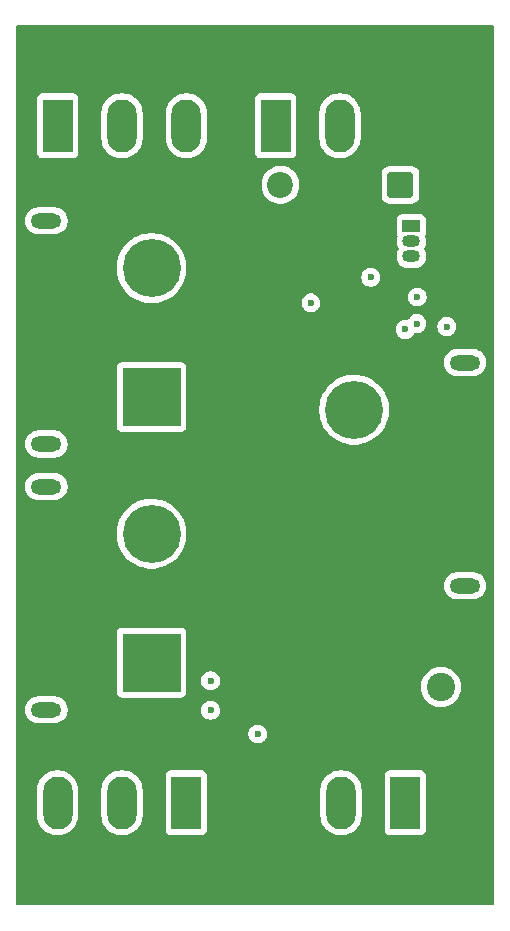
<source format=gbr>
%TF.GenerationSoftware,KiCad,Pcbnew,9.0.3*%
%TF.CreationDate,2025-12-08T06:40:44-06:00*%
%TF.ProjectId,Hotswap,486f7473-7761-4702-9e6b-696361645f70,rev?*%
%TF.SameCoordinates,Original*%
%TF.FileFunction,Copper,L3,Inr*%
%TF.FilePolarity,Positive*%
%FSLAX46Y46*%
G04 Gerber Fmt 4.6, Leading zero omitted, Abs format (unit mm)*
G04 Created by KiCad (PCBNEW 9.0.3) date 2025-12-08 06:40:44*
%MOMM*%
%LPD*%
G01*
G04 APERTURE LIST*
G04 Aperture macros list*
%AMRoundRect*
0 Rectangle with rounded corners*
0 $1 Rounding radius*
0 $2 $3 $4 $5 $6 $7 $8 $9 X,Y pos of 4 corners*
0 Add a 4 corners polygon primitive as box body*
4,1,4,$2,$3,$4,$5,$6,$7,$8,$9,$2,$3,0*
0 Add four circle primitives for the rounded corners*
1,1,$1+$1,$2,$3*
1,1,$1+$1,$4,$5*
1,1,$1+$1,$6,$7*
1,1,$1+$1,$8,$9*
0 Add four rect primitives between the rounded corners*
20,1,$1+$1,$2,$3,$4,$5,0*
20,1,$1+$1,$4,$5,$6,$7,0*
20,1,$1+$1,$6,$7,$8,$9,0*
20,1,$1+$1,$8,$9,$2,$3,0*%
G04 Aperture macros list end*
%TA.AperFunction,ComponentPad*%
%ADD10R,2.500000X4.500000*%
%TD*%
%TA.AperFunction,ComponentPad*%
%ADD11O,2.500000X4.500000*%
%TD*%
%TA.AperFunction,ComponentPad*%
%ADD12C,4.916000*%
%TD*%
%TA.AperFunction,ComponentPad*%
%ADD13O,2.600000X1.300000*%
%TD*%
%TA.AperFunction,ComponentPad*%
%ADD14R,4.916000X4.916000*%
%TD*%
%TA.AperFunction,ComponentPad*%
%ADD15R,1.500000X1.050000*%
%TD*%
%TA.AperFunction,ComponentPad*%
%ADD16O,1.500000X1.050000*%
%TD*%
%TA.AperFunction,ComponentPad*%
%ADD17RoundRect,0.250001X-0.949999X-0.949999X0.949999X-0.949999X0.949999X0.949999X-0.949999X0.949999X0*%
%TD*%
%TA.AperFunction,ComponentPad*%
%ADD18C,2.400000*%
%TD*%
%TA.AperFunction,ComponentPad*%
%ADD19RoundRect,0.249999X0.850001X0.850001X-0.850001X0.850001X-0.850001X-0.850001X0.850001X-0.850001X0*%
%TD*%
%TA.AperFunction,ComponentPad*%
%ADD20C,2.200000*%
%TD*%
%TA.AperFunction,ViaPad*%
%ADD21C,0.600000*%
%TD*%
G04 APERTURE END LIST*
D10*
%TO.N,Net-(Q2-G)*%
%TO.C,Q2*%
X59950000Y-84815000D03*
D11*
%TO.N,Net-(Q2-D)*%
X54500000Y-84815000D03*
%TO.N,Net-(J1-POS)*%
X49050000Y-84815000D03*
%TD*%
D10*
%TO.N,Net-(Q8-G)*%
%TO.C,Q8*%
X49050000Y-27500000D03*
D11*
%TO.N,Net-(Q8-D)*%
X54500000Y-27500000D03*
%TO.N,Net-(J2-POS)*%
X59950000Y-27500000D03*
%TD*%
D12*
%TO.N,GND*%
%TO.C,J1*%
X57000000Y-62050000D03*
D13*
%TO.N,unconnected-(J1-PadNC)*%
X48100000Y-58050000D03*
%TO.N,unconnected-(J1-PadNC)_1*%
X48100000Y-76950000D03*
D14*
%TO.N,Net-(J1-POS)*%
X57000000Y-72950000D03*
%TD*%
D12*
%TO.N,GND*%
%TO.C,J3*%
X74150000Y-51550000D03*
D13*
%TO.N,unconnected-(J3-PadNC)*%
X83550000Y-66450000D03*
%TO.N,unconnected-(J3-PadNC)_1*%
X83550000Y-47550000D03*
D14*
%TO.N,VBUS*%
X74150000Y-62450000D03*
%TD*%
D12*
%TO.N,GND*%
%TO.C,J2*%
X57000000Y-39550000D03*
D13*
%TO.N,unconnected-(J2-PadNC)*%
X48100000Y-35550000D03*
%TO.N,unconnected-(J2-PadNC)_1*%
X48100000Y-54450000D03*
D14*
%TO.N,Net-(J2-POS)*%
X57000000Y-50450000D03*
%TD*%
D10*
%TO.N,Net-(Q4-G)*%
%TO.C,Q4*%
X78500000Y-84815000D03*
D11*
%TO.N,Net-(Q2-D)*%
X73050000Y-84815000D03*
%TO.N,VBUS*%
X67600000Y-84815000D03*
%TD*%
D15*
%TO.N,Net-(D3-A)*%
%TO.C,Q11*%
X79000000Y-36000000D03*
D16*
%TO.N,Net-(D3-K)*%
X79000000Y-37270000D03*
%TO.N,Net-(Q11-C)*%
X79000000Y-38540000D03*
%TD*%
D17*
%TO.N,VBUS*%
%TO.C,C10*%
X76500000Y-75000000D03*
D18*
%TO.N,GND*%
X81500000Y-75000000D03*
%TD*%
D10*
%TO.N,Net-(D3-A)*%
%TO.C,Q9*%
X67500000Y-27500000D03*
D11*
%TO.N,Net-(Q8-D)*%
X72950000Y-27500000D03*
%TO.N,VBUS*%
X78400000Y-27500000D03*
%TD*%
D19*
%TO.N,Net-(D3-K)*%
%TO.C,D3*%
X78080000Y-32500000D03*
D20*
%TO.N,Net-(D3-A)*%
X67920000Y-32500000D03*
%TD*%
D21*
%TO.N,GND*%
X70500000Y-42500000D03*
X66000000Y-79000000D03*
X62000000Y-77000000D03*
X75562500Y-40337500D03*
%TO.N,Net-(J2-POS)*%
X79475000Y-44250000D03*
%TO.N,Net-(J1-POS)*%
X82000000Y-44500000D03*
X79500000Y-42000000D03*
%TO.N,VBUS*%
X73475000Y-41750000D03*
X68000000Y-78500000D03*
%TO.N,Net-(Q2-G)*%
X62000000Y-74500000D03*
%TO.N,Net-(Q8-G)*%
X78475000Y-44750000D03*
%TD*%
%TA.AperFunction,Conductor*%
%TO.N,VBUS*%
G36*
X85942539Y-19020185D02*
G01*
X85988294Y-19072989D01*
X85999500Y-19124500D01*
X85999500Y-93375500D01*
X85979815Y-93442539D01*
X85927011Y-93488294D01*
X85875500Y-93499500D01*
X45624500Y-93499500D01*
X45557461Y-93479815D01*
X45511706Y-93427011D01*
X45500500Y-93375500D01*
X45500500Y-83700258D01*
X47299500Y-83700258D01*
X47299500Y-85929741D01*
X47324446Y-86119215D01*
X47329452Y-86157238D01*
X47329453Y-86157240D01*
X47388842Y-86378887D01*
X47476650Y-86590876D01*
X47476657Y-86590890D01*
X47591392Y-86789617D01*
X47731081Y-86971661D01*
X47731089Y-86971670D01*
X47893330Y-87133911D01*
X47893338Y-87133918D01*
X48075382Y-87273607D01*
X48075385Y-87273608D01*
X48075388Y-87273611D01*
X48274112Y-87388344D01*
X48274117Y-87388346D01*
X48274123Y-87388349D01*
X48356678Y-87422544D01*
X48486113Y-87476158D01*
X48707762Y-87535548D01*
X48924312Y-87564057D01*
X48935250Y-87565498D01*
X48935266Y-87565500D01*
X48935273Y-87565500D01*
X49164727Y-87565500D01*
X49164734Y-87565500D01*
X49392238Y-87535548D01*
X49613887Y-87476158D01*
X49825888Y-87388344D01*
X50024612Y-87273611D01*
X50206661Y-87133919D01*
X50206665Y-87133914D01*
X50206670Y-87133911D01*
X50368911Y-86971670D01*
X50368914Y-86971665D01*
X50368919Y-86971661D01*
X50508611Y-86789612D01*
X50623344Y-86590888D01*
X50711158Y-86378887D01*
X50770548Y-86157238D01*
X50800500Y-85929734D01*
X50800500Y-83700266D01*
X50800499Y-83700258D01*
X52749500Y-83700258D01*
X52749500Y-85929741D01*
X52774446Y-86119215D01*
X52779452Y-86157238D01*
X52779453Y-86157240D01*
X52838842Y-86378887D01*
X52926650Y-86590876D01*
X52926657Y-86590890D01*
X53041392Y-86789617D01*
X53181081Y-86971661D01*
X53181089Y-86971670D01*
X53343330Y-87133911D01*
X53343338Y-87133918D01*
X53525382Y-87273607D01*
X53525385Y-87273608D01*
X53525388Y-87273611D01*
X53724112Y-87388344D01*
X53724117Y-87388346D01*
X53724123Y-87388349D01*
X53806678Y-87422544D01*
X53936113Y-87476158D01*
X54157762Y-87535548D01*
X54374312Y-87564057D01*
X54385250Y-87565498D01*
X54385266Y-87565500D01*
X54385273Y-87565500D01*
X54614727Y-87565500D01*
X54614734Y-87565500D01*
X54842238Y-87535548D01*
X55063887Y-87476158D01*
X55275888Y-87388344D01*
X55474612Y-87273611D01*
X55656661Y-87133919D01*
X55656665Y-87133914D01*
X55656670Y-87133911D01*
X55818911Y-86971670D01*
X55818914Y-86971665D01*
X55818919Y-86971661D01*
X55958611Y-86789612D01*
X56073344Y-86590888D01*
X56161158Y-86378887D01*
X56220548Y-86157238D01*
X56250500Y-85929734D01*
X56250500Y-83700266D01*
X56220548Y-83472762D01*
X56161158Y-83251113D01*
X56073344Y-83039112D01*
X55958611Y-82840388D01*
X55958608Y-82840385D01*
X55958607Y-82840382D01*
X55818918Y-82658338D01*
X55818911Y-82658330D01*
X55677716Y-82517135D01*
X58199500Y-82517135D01*
X58199500Y-87112870D01*
X58199501Y-87112876D01*
X58205908Y-87172483D01*
X58256202Y-87307328D01*
X58256206Y-87307335D01*
X58342452Y-87422544D01*
X58342455Y-87422547D01*
X58457664Y-87508793D01*
X58457671Y-87508797D01*
X58592517Y-87559091D01*
X58592516Y-87559091D01*
X58599444Y-87559835D01*
X58652127Y-87565500D01*
X61247872Y-87565499D01*
X61307483Y-87559091D01*
X61442331Y-87508796D01*
X61557546Y-87422546D01*
X61643796Y-87307331D01*
X61694091Y-87172483D01*
X61700500Y-87112873D01*
X61700499Y-83700258D01*
X71299500Y-83700258D01*
X71299500Y-85929741D01*
X71324446Y-86119215D01*
X71329452Y-86157238D01*
X71329453Y-86157240D01*
X71388842Y-86378887D01*
X71476650Y-86590876D01*
X71476657Y-86590890D01*
X71591392Y-86789617D01*
X71731081Y-86971661D01*
X71731089Y-86971670D01*
X71893330Y-87133911D01*
X71893338Y-87133918D01*
X72075382Y-87273607D01*
X72075385Y-87273608D01*
X72075388Y-87273611D01*
X72274112Y-87388344D01*
X72274117Y-87388346D01*
X72274123Y-87388349D01*
X72356678Y-87422544D01*
X72486113Y-87476158D01*
X72707762Y-87535548D01*
X72924312Y-87564057D01*
X72935250Y-87565498D01*
X72935266Y-87565500D01*
X72935273Y-87565500D01*
X73164727Y-87565500D01*
X73164734Y-87565500D01*
X73392238Y-87535548D01*
X73613887Y-87476158D01*
X73825888Y-87388344D01*
X74024612Y-87273611D01*
X74206661Y-87133919D01*
X74206665Y-87133914D01*
X74206670Y-87133911D01*
X74368911Y-86971670D01*
X74368914Y-86971665D01*
X74368919Y-86971661D01*
X74508611Y-86789612D01*
X74623344Y-86590888D01*
X74711158Y-86378887D01*
X74770548Y-86157238D01*
X74800500Y-85929734D01*
X74800500Y-83700266D01*
X74770548Y-83472762D01*
X74711158Y-83251113D01*
X74623344Y-83039112D01*
X74508611Y-82840388D01*
X74508608Y-82840385D01*
X74508607Y-82840382D01*
X74368918Y-82658338D01*
X74368911Y-82658330D01*
X74227716Y-82517135D01*
X76749500Y-82517135D01*
X76749500Y-87112870D01*
X76749501Y-87112876D01*
X76755908Y-87172483D01*
X76806202Y-87307328D01*
X76806206Y-87307335D01*
X76892452Y-87422544D01*
X76892455Y-87422547D01*
X77007664Y-87508793D01*
X77007671Y-87508797D01*
X77142517Y-87559091D01*
X77142516Y-87559091D01*
X77149444Y-87559835D01*
X77202127Y-87565500D01*
X79797872Y-87565499D01*
X79857483Y-87559091D01*
X79992331Y-87508796D01*
X80107546Y-87422546D01*
X80193796Y-87307331D01*
X80244091Y-87172483D01*
X80250500Y-87112873D01*
X80250499Y-82517128D01*
X80244091Y-82457517D01*
X80193796Y-82322669D01*
X80193795Y-82322668D01*
X80193793Y-82322664D01*
X80107547Y-82207455D01*
X80107544Y-82207452D01*
X79992335Y-82121206D01*
X79992328Y-82121202D01*
X79857482Y-82070908D01*
X79857483Y-82070908D01*
X79797883Y-82064501D01*
X79797881Y-82064500D01*
X79797873Y-82064500D01*
X79797864Y-82064500D01*
X77202129Y-82064500D01*
X77202123Y-82064501D01*
X77142516Y-82070908D01*
X77007671Y-82121202D01*
X77007664Y-82121206D01*
X76892455Y-82207452D01*
X76892452Y-82207455D01*
X76806206Y-82322664D01*
X76806202Y-82322671D01*
X76755908Y-82457517D01*
X76749501Y-82517116D01*
X76749501Y-82517123D01*
X76749500Y-82517135D01*
X74227716Y-82517135D01*
X74206670Y-82496089D01*
X74206661Y-82496081D01*
X74024617Y-82356392D01*
X73966210Y-82322671D01*
X73825888Y-82241656D01*
X73825876Y-82241650D01*
X73613887Y-82153842D01*
X73392238Y-82094452D01*
X73354215Y-82089446D01*
X73164741Y-82064500D01*
X73164734Y-82064500D01*
X72935266Y-82064500D01*
X72935258Y-82064500D01*
X72718715Y-82093009D01*
X72707762Y-82094452D01*
X72614076Y-82119554D01*
X72486112Y-82153842D01*
X72274123Y-82241650D01*
X72274109Y-82241657D01*
X72075382Y-82356392D01*
X71893338Y-82496081D01*
X71731081Y-82658338D01*
X71591392Y-82840382D01*
X71476657Y-83039109D01*
X71476650Y-83039123D01*
X71388842Y-83251112D01*
X71329453Y-83472759D01*
X71329451Y-83472770D01*
X71299500Y-83700258D01*
X61700499Y-83700258D01*
X61700499Y-82517128D01*
X61694091Y-82457517D01*
X61643796Y-82322669D01*
X61643795Y-82322668D01*
X61643793Y-82322664D01*
X61557547Y-82207455D01*
X61557544Y-82207452D01*
X61442335Y-82121206D01*
X61442328Y-82121202D01*
X61307482Y-82070908D01*
X61307483Y-82070908D01*
X61247883Y-82064501D01*
X61247881Y-82064500D01*
X61247873Y-82064500D01*
X61247864Y-82064500D01*
X58652129Y-82064500D01*
X58652123Y-82064501D01*
X58592516Y-82070908D01*
X58457671Y-82121202D01*
X58457664Y-82121206D01*
X58342455Y-82207452D01*
X58342452Y-82207455D01*
X58256206Y-82322664D01*
X58256202Y-82322671D01*
X58205908Y-82457517D01*
X58199501Y-82517116D01*
X58199501Y-82517123D01*
X58199500Y-82517135D01*
X55677716Y-82517135D01*
X55656670Y-82496089D01*
X55656661Y-82496081D01*
X55474617Y-82356392D01*
X55416210Y-82322671D01*
X55275888Y-82241656D01*
X55275876Y-82241650D01*
X55063887Y-82153842D01*
X54842238Y-82094452D01*
X54804215Y-82089446D01*
X54614741Y-82064500D01*
X54614734Y-82064500D01*
X54385266Y-82064500D01*
X54385258Y-82064500D01*
X54168715Y-82093009D01*
X54157762Y-82094452D01*
X54064076Y-82119554D01*
X53936112Y-82153842D01*
X53724123Y-82241650D01*
X53724109Y-82241657D01*
X53525382Y-82356392D01*
X53343338Y-82496081D01*
X53181081Y-82658338D01*
X53041392Y-82840382D01*
X52926657Y-83039109D01*
X52926650Y-83039123D01*
X52838842Y-83251112D01*
X52779453Y-83472759D01*
X52779451Y-83472770D01*
X52749500Y-83700258D01*
X50800499Y-83700258D01*
X50770548Y-83472762D01*
X50711158Y-83251113D01*
X50623344Y-83039112D01*
X50508611Y-82840388D01*
X50508608Y-82840385D01*
X50508607Y-82840382D01*
X50368918Y-82658338D01*
X50368911Y-82658330D01*
X50206670Y-82496089D01*
X50206661Y-82496081D01*
X50024617Y-82356392D01*
X49966210Y-82322671D01*
X49825888Y-82241656D01*
X49825876Y-82241650D01*
X49613887Y-82153842D01*
X49392238Y-82094452D01*
X49354215Y-82089446D01*
X49164741Y-82064500D01*
X49164734Y-82064500D01*
X48935266Y-82064500D01*
X48935258Y-82064500D01*
X48718715Y-82093009D01*
X48707762Y-82094452D01*
X48614076Y-82119554D01*
X48486112Y-82153842D01*
X48274123Y-82241650D01*
X48274109Y-82241657D01*
X48075382Y-82356392D01*
X47893338Y-82496081D01*
X47731081Y-82658338D01*
X47591392Y-82840382D01*
X47476657Y-83039109D01*
X47476650Y-83039123D01*
X47388842Y-83251112D01*
X47329453Y-83472759D01*
X47329451Y-83472770D01*
X47299500Y-83700258D01*
X45500500Y-83700258D01*
X45500500Y-78921153D01*
X65199500Y-78921153D01*
X65199500Y-79078846D01*
X65230261Y-79233489D01*
X65230264Y-79233501D01*
X65290602Y-79379172D01*
X65290609Y-79379185D01*
X65378210Y-79510288D01*
X65378213Y-79510292D01*
X65489707Y-79621786D01*
X65489711Y-79621789D01*
X65620814Y-79709390D01*
X65620827Y-79709397D01*
X65766498Y-79769735D01*
X65766503Y-79769737D01*
X65921153Y-79800499D01*
X65921156Y-79800500D01*
X65921158Y-79800500D01*
X66078844Y-79800500D01*
X66078845Y-79800499D01*
X66233497Y-79769737D01*
X66379179Y-79709394D01*
X66510289Y-79621789D01*
X66621789Y-79510289D01*
X66709394Y-79379179D01*
X66769737Y-79233497D01*
X66800500Y-79078842D01*
X66800500Y-78921158D01*
X66800500Y-78921155D01*
X66800499Y-78921153D01*
X66769738Y-78766510D01*
X66769737Y-78766503D01*
X66769735Y-78766498D01*
X66709397Y-78620827D01*
X66709390Y-78620814D01*
X66621789Y-78489711D01*
X66621786Y-78489707D01*
X66510292Y-78378213D01*
X66510288Y-78378210D01*
X66379185Y-78290609D01*
X66379172Y-78290602D01*
X66233501Y-78230264D01*
X66233489Y-78230261D01*
X66078845Y-78199500D01*
X66078842Y-78199500D01*
X65921158Y-78199500D01*
X65921155Y-78199500D01*
X65766510Y-78230261D01*
X65766498Y-78230264D01*
X65620827Y-78290602D01*
X65620814Y-78290609D01*
X65489711Y-78378210D01*
X65489707Y-78378213D01*
X65378213Y-78489707D01*
X65378210Y-78489711D01*
X65290609Y-78620814D01*
X65290602Y-78620827D01*
X65230264Y-78766498D01*
X65230261Y-78766510D01*
X65199500Y-78921153D01*
X45500500Y-78921153D01*
X45500500Y-76859448D01*
X46299500Y-76859448D01*
X46299500Y-77040551D01*
X46327829Y-77219410D01*
X46383787Y-77391636D01*
X46383788Y-77391639D01*
X46466006Y-77552997D01*
X46572441Y-77699494D01*
X46572445Y-77699499D01*
X46700500Y-77827554D01*
X46700505Y-77827558D01*
X46828287Y-77920396D01*
X46847006Y-77933996D01*
X46952484Y-77987740D01*
X47008360Y-78016211D01*
X47008363Y-78016212D01*
X47094476Y-78044191D01*
X47180591Y-78072171D01*
X47263429Y-78085291D01*
X47359449Y-78100500D01*
X47359454Y-78100500D01*
X48840551Y-78100500D01*
X48927259Y-78086765D01*
X49019409Y-78072171D01*
X49191639Y-78016211D01*
X49352994Y-77933996D01*
X49499501Y-77827553D01*
X49627553Y-77699501D01*
X49733996Y-77552994D01*
X49816211Y-77391639D01*
X49872171Y-77219409D01*
X49894434Y-77078846D01*
X49900500Y-77040551D01*
X49900500Y-76921153D01*
X61199500Y-76921153D01*
X61199500Y-77078846D01*
X61230261Y-77233489D01*
X61230264Y-77233501D01*
X61290602Y-77379172D01*
X61290609Y-77379185D01*
X61378210Y-77510288D01*
X61378213Y-77510292D01*
X61489707Y-77621786D01*
X61489711Y-77621789D01*
X61620814Y-77709390D01*
X61620827Y-77709397D01*
X61766498Y-77769735D01*
X61766503Y-77769737D01*
X61921153Y-77800499D01*
X61921156Y-77800500D01*
X61921158Y-77800500D01*
X62078844Y-77800500D01*
X62078845Y-77800499D01*
X62233497Y-77769737D01*
X62379179Y-77709394D01*
X62510289Y-77621789D01*
X62621789Y-77510289D01*
X62709394Y-77379179D01*
X62769737Y-77233497D01*
X62800500Y-77078842D01*
X62800500Y-76921158D01*
X62800500Y-76921155D01*
X62800499Y-76921153D01*
X62769738Y-76766510D01*
X62769737Y-76766503D01*
X62742397Y-76700498D01*
X62709397Y-76620827D01*
X62709390Y-76620814D01*
X62621789Y-76489711D01*
X62621786Y-76489707D01*
X62510292Y-76378213D01*
X62510288Y-76378210D01*
X62379185Y-76290609D01*
X62379172Y-76290602D01*
X62233501Y-76230264D01*
X62233489Y-76230261D01*
X62078845Y-76199500D01*
X62078842Y-76199500D01*
X61921158Y-76199500D01*
X61921155Y-76199500D01*
X61766510Y-76230261D01*
X61766498Y-76230264D01*
X61620827Y-76290602D01*
X61620814Y-76290609D01*
X61489711Y-76378210D01*
X61489707Y-76378213D01*
X61378213Y-76489707D01*
X61378210Y-76489711D01*
X61290609Y-76620814D01*
X61290602Y-76620827D01*
X61230264Y-76766498D01*
X61230261Y-76766510D01*
X61199500Y-76921153D01*
X49900500Y-76921153D01*
X49900500Y-76859448D01*
X49875324Y-76700500D01*
X49872171Y-76680591D01*
X49822724Y-76528405D01*
X49816212Y-76508363D01*
X49816211Y-76508360D01*
X49769630Y-76416941D01*
X49733996Y-76347006D01*
X49720396Y-76328287D01*
X49627558Y-76200505D01*
X49627554Y-76200500D01*
X49499499Y-76072445D01*
X49499494Y-76072441D01*
X49352997Y-75966006D01*
X49352996Y-75966005D01*
X49352994Y-75966004D01*
X49301300Y-75939664D01*
X49191639Y-75883788D01*
X49191636Y-75883787D01*
X49019410Y-75827829D01*
X48840551Y-75799500D01*
X48840546Y-75799500D01*
X47359454Y-75799500D01*
X47359449Y-75799500D01*
X47180589Y-75827829D01*
X47008363Y-75883787D01*
X47008360Y-75883788D01*
X46847002Y-75966006D01*
X46700505Y-76072441D01*
X46700500Y-76072445D01*
X46572445Y-76200500D01*
X46572441Y-76200505D01*
X46466006Y-76347002D01*
X46383788Y-76508360D01*
X46383787Y-76508363D01*
X46327829Y-76680589D01*
X46299500Y-76859448D01*
X45500500Y-76859448D01*
X45500500Y-70444135D01*
X54041500Y-70444135D01*
X54041500Y-75455870D01*
X54041501Y-75455876D01*
X54047908Y-75515483D01*
X54098202Y-75650328D01*
X54098206Y-75650335D01*
X54184452Y-75765544D01*
X54184455Y-75765547D01*
X54299664Y-75851793D01*
X54299671Y-75851797D01*
X54434517Y-75902091D01*
X54434516Y-75902091D01*
X54441444Y-75902835D01*
X54494127Y-75908500D01*
X59505872Y-75908499D01*
X59565483Y-75902091D01*
X59700331Y-75851796D01*
X59815546Y-75765546D01*
X59901796Y-75650331D01*
X59952091Y-75515483D01*
X59958500Y-75455873D01*
X59958500Y-74421153D01*
X61199500Y-74421153D01*
X61199500Y-74578846D01*
X61230261Y-74733489D01*
X61230264Y-74733501D01*
X61290602Y-74879172D01*
X61290609Y-74879185D01*
X61378210Y-75010288D01*
X61378213Y-75010292D01*
X61489707Y-75121786D01*
X61489711Y-75121789D01*
X61620814Y-75209390D01*
X61620827Y-75209397D01*
X61766498Y-75269735D01*
X61766503Y-75269737D01*
X61921153Y-75300499D01*
X61921156Y-75300500D01*
X61921158Y-75300500D01*
X62078844Y-75300500D01*
X62078845Y-75300499D01*
X62233497Y-75269737D01*
X62379179Y-75209394D01*
X62510289Y-75121789D01*
X62621789Y-75010289D01*
X62703133Y-74888549D01*
X79799500Y-74888549D01*
X79799500Y-75111450D01*
X79799501Y-75111466D01*
X79828594Y-75332452D01*
X79828595Y-75332457D01*
X79828596Y-75332463D01*
X79861666Y-75455883D01*
X79886290Y-75547780D01*
X79886293Y-75547790D01*
X79928766Y-75650328D01*
X79971595Y-75753726D01*
X80083052Y-75946774D01*
X80083057Y-75946780D01*
X80083058Y-75946782D01*
X80218751Y-76123622D01*
X80218757Y-76123629D01*
X80376370Y-76281242D01*
X80376377Y-76281248D01*
X80388573Y-76290606D01*
X80553226Y-76416948D01*
X80746274Y-76528405D01*
X80952219Y-76613710D01*
X81167537Y-76671404D01*
X81388543Y-76700500D01*
X81388550Y-76700500D01*
X81611450Y-76700500D01*
X81611457Y-76700500D01*
X81832463Y-76671404D01*
X82047781Y-76613710D01*
X82253726Y-76528405D01*
X82446774Y-76416948D01*
X82623624Y-76281247D01*
X82781247Y-76123624D01*
X82916948Y-75946774D01*
X83028405Y-75753726D01*
X83113710Y-75547781D01*
X83171404Y-75332463D01*
X83200500Y-75111457D01*
X83200500Y-74888543D01*
X83171404Y-74667537D01*
X83113710Y-74452219D01*
X83028405Y-74246274D01*
X82916948Y-74053226D01*
X82781247Y-73876376D01*
X82781242Y-73876370D01*
X82623629Y-73718757D01*
X82623622Y-73718751D01*
X82446782Y-73583058D01*
X82446780Y-73583057D01*
X82446774Y-73583052D01*
X82253726Y-73471595D01*
X82253722Y-73471593D01*
X82047790Y-73386293D01*
X82047783Y-73386291D01*
X82047781Y-73386290D01*
X81832463Y-73328596D01*
X81832457Y-73328595D01*
X81832452Y-73328594D01*
X81611466Y-73299501D01*
X81611463Y-73299500D01*
X81611457Y-73299500D01*
X81388543Y-73299500D01*
X81388537Y-73299500D01*
X81388533Y-73299501D01*
X81167547Y-73328594D01*
X81167540Y-73328595D01*
X81167537Y-73328596D01*
X80952219Y-73386290D01*
X80952209Y-73386293D01*
X80746277Y-73471593D01*
X80746273Y-73471595D01*
X80553226Y-73583052D01*
X80553217Y-73583058D01*
X80376377Y-73718751D01*
X80376370Y-73718757D01*
X80218757Y-73876370D01*
X80218751Y-73876377D01*
X80083058Y-74053217D01*
X80083052Y-74053226D01*
X79971595Y-74246273D01*
X79971593Y-74246277D01*
X79886293Y-74452209D01*
X79886290Y-74452219D01*
X79828597Y-74667534D01*
X79828594Y-74667547D01*
X79799501Y-74888533D01*
X79799500Y-74888549D01*
X62703133Y-74888549D01*
X62709394Y-74879179D01*
X62709395Y-74879176D01*
X62709397Y-74879173D01*
X62726852Y-74837032D01*
X62769735Y-74733501D01*
X62769737Y-74733497D01*
X62800500Y-74578842D01*
X62800500Y-74421158D01*
X62800500Y-74421155D01*
X62800499Y-74421153D01*
X62769738Y-74266510D01*
X62769737Y-74266503D01*
X62761358Y-74246273D01*
X62709397Y-74120827D01*
X62709390Y-74120814D01*
X62621789Y-73989711D01*
X62621786Y-73989707D01*
X62510292Y-73878213D01*
X62510288Y-73878210D01*
X62379185Y-73790609D01*
X62379172Y-73790602D01*
X62233501Y-73730264D01*
X62233489Y-73730261D01*
X62078845Y-73699500D01*
X62078842Y-73699500D01*
X61921158Y-73699500D01*
X61921155Y-73699500D01*
X61766510Y-73730261D01*
X61766498Y-73730264D01*
X61620827Y-73790602D01*
X61620814Y-73790609D01*
X61489711Y-73878210D01*
X61489707Y-73878213D01*
X61378213Y-73989707D01*
X61378210Y-73989711D01*
X61290609Y-74120814D01*
X61290602Y-74120827D01*
X61230264Y-74266498D01*
X61230261Y-74266510D01*
X61199500Y-74421153D01*
X59958500Y-74421153D01*
X59958499Y-70444128D01*
X59952091Y-70384517D01*
X59901796Y-70249669D01*
X59901795Y-70249668D01*
X59901793Y-70249664D01*
X59815547Y-70134455D01*
X59815544Y-70134452D01*
X59700335Y-70048206D01*
X59700328Y-70048202D01*
X59565482Y-69997908D01*
X59565483Y-69997908D01*
X59505883Y-69991501D01*
X59505881Y-69991500D01*
X59505873Y-69991500D01*
X59505864Y-69991500D01*
X54494129Y-69991500D01*
X54494123Y-69991501D01*
X54434516Y-69997908D01*
X54299671Y-70048202D01*
X54299664Y-70048206D01*
X54184455Y-70134452D01*
X54184452Y-70134455D01*
X54098206Y-70249664D01*
X54098202Y-70249671D01*
X54047908Y-70384517D01*
X54041501Y-70444116D01*
X54041501Y-70444123D01*
X54041500Y-70444135D01*
X45500500Y-70444135D01*
X45500500Y-66359448D01*
X81749500Y-66359448D01*
X81749500Y-66540551D01*
X81777829Y-66719410D01*
X81833787Y-66891636D01*
X81833788Y-66891639D01*
X81916006Y-67052997D01*
X82022441Y-67199494D01*
X82022445Y-67199499D01*
X82150500Y-67327554D01*
X82150505Y-67327558D01*
X82278287Y-67420396D01*
X82297006Y-67433996D01*
X82402484Y-67487740D01*
X82458360Y-67516211D01*
X82458363Y-67516212D01*
X82544476Y-67544191D01*
X82630591Y-67572171D01*
X82713429Y-67585291D01*
X82809449Y-67600500D01*
X82809454Y-67600500D01*
X84290551Y-67600500D01*
X84377259Y-67586765D01*
X84469409Y-67572171D01*
X84641639Y-67516211D01*
X84802994Y-67433996D01*
X84949501Y-67327553D01*
X85077553Y-67199501D01*
X85183996Y-67052994D01*
X85266211Y-66891639D01*
X85322171Y-66719409D01*
X85336765Y-66627259D01*
X85350500Y-66540551D01*
X85350500Y-66359448D01*
X85334019Y-66255397D01*
X85322171Y-66180591D01*
X85266211Y-66008361D01*
X85266211Y-66008360D01*
X85237740Y-65952484D01*
X85183996Y-65847006D01*
X85170396Y-65828287D01*
X85077558Y-65700505D01*
X85077554Y-65700500D01*
X84949499Y-65572445D01*
X84949494Y-65572441D01*
X84802997Y-65466006D01*
X84802996Y-65466005D01*
X84802994Y-65466004D01*
X84751300Y-65439664D01*
X84641639Y-65383788D01*
X84641636Y-65383787D01*
X84469410Y-65327829D01*
X84290551Y-65299500D01*
X84290546Y-65299500D01*
X82809454Y-65299500D01*
X82809449Y-65299500D01*
X82630589Y-65327829D01*
X82458363Y-65383787D01*
X82458360Y-65383788D01*
X82297002Y-65466006D01*
X82150505Y-65572441D01*
X82150500Y-65572445D01*
X82022445Y-65700500D01*
X82022441Y-65700505D01*
X81916006Y-65847002D01*
X81833788Y-66008360D01*
X81833787Y-66008363D01*
X81777829Y-66180589D01*
X81749500Y-66359448D01*
X45500500Y-66359448D01*
X45500500Y-61883847D01*
X54041500Y-61883847D01*
X54041500Y-62216152D01*
X54078701Y-62546333D01*
X54078704Y-62546347D01*
X54152645Y-62870307D01*
X54152649Y-62870319D01*
X54262396Y-63183956D01*
X54406569Y-63483334D01*
X54406571Y-63483337D01*
X54583361Y-63764697D01*
X54790541Y-64024493D01*
X55025507Y-64259459D01*
X55285303Y-64466639D01*
X55566663Y-64643429D01*
X55866047Y-64787605D01*
X56101605Y-64870030D01*
X56179680Y-64897350D01*
X56179692Y-64897354D01*
X56503652Y-64971296D01*
X56503661Y-64971297D01*
X56503666Y-64971298D01*
X56723786Y-64996098D01*
X56833848Y-65008499D01*
X56833851Y-65008500D01*
X56833854Y-65008500D01*
X57166149Y-65008500D01*
X57166150Y-65008499D01*
X57334897Y-64989486D01*
X57496333Y-64971298D01*
X57496336Y-64971297D01*
X57496348Y-64971296D01*
X57820308Y-64897354D01*
X58133953Y-64787605D01*
X58433337Y-64643429D01*
X58714697Y-64466639D01*
X58974493Y-64259459D01*
X59209459Y-64024493D01*
X59416639Y-63764697D01*
X59593429Y-63483337D01*
X59737605Y-63183953D01*
X59847354Y-62870308D01*
X59921296Y-62546348D01*
X59958500Y-62216146D01*
X59958500Y-61883854D01*
X59921296Y-61553652D01*
X59847354Y-61229692D01*
X59737605Y-60916047D01*
X59593429Y-60616663D01*
X59416639Y-60335303D01*
X59209459Y-60075507D01*
X58974493Y-59840541D01*
X58714697Y-59633361D01*
X58433337Y-59456571D01*
X58433334Y-59456569D01*
X58133956Y-59312396D01*
X57820319Y-59202649D01*
X57820307Y-59202645D01*
X57570289Y-59145580D01*
X57496348Y-59128704D01*
X57496345Y-59128703D01*
X57496333Y-59128701D01*
X57166152Y-59091500D01*
X57166146Y-59091500D01*
X56833854Y-59091500D01*
X56833847Y-59091500D01*
X56503666Y-59128701D01*
X56503652Y-59128704D01*
X56179692Y-59202645D01*
X56179680Y-59202649D01*
X55866043Y-59312396D01*
X55566665Y-59456569D01*
X55285304Y-59633360D01*
X55025507Y-59840540D01*
X54790540Y-60075507D01*
X54583360Y-60335304D01*
X54406569Y-60616665D01*
X54262396Y-60916043D01*
X54152649Y-61229680D01*
X54152645Y-61229692D01*
X54078704Y-61553652D01*
X54078701Y-61553666D01*
X54041500Y-61883847D01*
X45500500Y-61883847D01*
X45500500Y-57959448D01*
X46299500Y-57959448D01*
X46299500Y-58140551D01*
X46327829Y-58319410D01*
X46383787Y-58491636D01*
X46383788Y-58491639D01*
X46466006Y-58652997D01*
X46572441Y-58799494D01*
X46572445Y-58799499D01*
X46700500Y-58927554D01*
X46700505Y-58927558D01*
X46828287Y-59020396D01*
X46847006Y-59033996D01*
X46952484Y-59087740D01*
X47008360Y-59116211D01*
X47008363Y-59116212D01*
X47046811Y-59128704D01*
X47180591Y-59172171D01*
X47263429Y-59185291D01*
X47359449Y-59200500D01*
X47359454Y-59200500D01*
X48840551Y-59200500D01*
X48927259Y-59186765D01*
X49019409Y-59172171D01*
X49191639Y-59116211D01*
X49352994Y-59033996D01*
X49499501Y-58927553D01*
X49627553Y-58799501D01*
X49733996Y-58652994D01*
X49816211Y-58491639D01*
X49872171Y-58319409D01*
X49886765Y-58227259D01*
X49900500Y-58140551D01*
X49900500Y-57959448D01*
X49884019Y-57855397D01*
X49872171Y-57780591D01*
X49816211Y-57608361D01*
X49816211Y-57608360D01*
X49787740Y-57552484D01*
X49733996Y-57447006D01*
X49720396Y-57428287D01*
X49627558Y-57300505D01*
X49627554Y-57300500D01*
X49499499Y-57172445D01*
X49499494Y-57172441D01*
X49352997Y-57066006D01*
X49352996Y-57066005D01*
X49352994Y-57066004D01*
X49301300Y-57039664D01*
X49191639Y-56983788D01*
X49191636Y-56983787D01*
X49019410Y-56927829D01*
X48840551Y-56899500D01*
X48840546Y-56899500D01*
X47359454Y-56899500D01*
X47359449Y-56899500D01*
X47180589Y-56927829D01*
X47008363Y-56983787D01*
X47008360Y-56983788D01*
X46847002Y-57066006D01*
X46700505Y-57172441D01*
X46700500Y-57172445D01*
X46572445Y-57300500D01*
X46572441Y-57300505D01*
X46466006Y-57447002D01*
X46383788Y-57608360D01*
X46383787Y-57608363D01*
X46327829Y-57780589D01*
X46299500Y-57959448D01*
X45500500Y-57959448D01*
X45500500Y-54359448D01*
X46299500Y-54359448D01*
X46299500Y-54540551D01*
X46327829Y-54719410D01*
X46383787Y-54891636D01*
X46383788Y-54891639D01*
X46466006Y-55052997D01*
X46572441Y-55199494D01*
X46572445Y-55199499D01*
X46700500Y-55327554D01*
X46700505Y-55327558D01*
X46828287Y-55420396D01*
X46847006Y-55433996D01*
X46952484Y-55487740D01*
X47008360Y-55516211D01*
X47008363Y-55516212D01*
X47094476Y-55544191D01*
X47180591Y-55572171D01*
X47263429Y-55585291D01*
X47359449Y-55600500D01*
X47359454Y-55600500D01*
X48840551Y-55600500D01*
X48927259Y-55586765D01*
X49019409Y-55572171D01*
X49191639Y-55516211D01*
X49352994Y-55433996D01*
X49499501Y-55327553D01*
X49627553Y-55199501D01*
X49733996Y-55052994D01*
X49816211Y-54891639D01*
X49872171Y-54719409D01*
X49886765Y-54627259D01*
X49900500Y-54540551D01*
X49900500Y-54359448D01*
X49884019Y-54255397D01*
X49872171Y-54180591D01*
X49816211Y-54008361D01*
X49816211Y-54008360D01*
X49787740Y-53952484D01*
X49733996Y-53847006D01*
X49670390Y-53759459D01*
X49627558Y-53700505D01*
X49627554Y-53700500D01*
X49499499Y-53572445D01*
X49499494Y-53572441D01*
X49352997Y-53466006D01*
X49352996Y-53466005D01*
X49352994Y-53466004D01*
X49301300Y-53439664D01*
X49191639Y-53383788D01*
X49191636Y-53383787D01*
X49019410Y-53327829D01*
X48840551Y-53299500D01*
X48840546Y-53299500D01*
X47359454Y-53299500D01*
X47359449Y-53299500D01*
X47180589Y-53327829D01*
X47008363Y-53383787D01*
X47008360Y-53383788D01*
X46847002Y-53466006D01*
X46700505Y-53572441D01*
X46700500Y-53572445D01*
X46572445Y-53700500D01*
X46572441Y-53700505D01*
X46466006Y-53847002D01*
X46383788Y-54008360D01*
X46383787Y-54008363D01*
X46327829Y-54180589D01*
X46299500Y-54359448D01*
X45500500Y-54359448D01*
X45500500Y-47944135D01*
X54041500Y-47944135D01*
X54041500Y-52955870D01*
X54041501Y-52955876D01*
X54047908Y-53015483D01*
X54098202Y-53150328D01*
X54098206Y-53150335D01*
X54184452Y-53265544D01*
X54184455Y-53265547D01*
X54299664Y-53351793D01*
X54299671Y-53351797D01*
X54434517Y-53402091D01*
X54434516Y-53402091D01*
X54441444Y-53402835D01*
X54494127Y-53408500D01*
X59505872Y-53408499D01*
X59565483Y-53402091D01*
X59700331Y-53351796D01*
X59815546Y-53265546D01*
X59901796Y-53150331D01*
X59952091Y-53015483D01*
X59958500Y-52955873D01*
X59958499Y-51383847D01*
X71191500Y-51383847D01*
X71191500Y-51716152D01*
X71228701Y-52046333D01*
X71228704Y-52046347D01*
X71302645Y-52370307D01*
X71302649Y-52370319D01*
X71412396Y-52683956D01*
X71556569Y-52983334D01*
X71556571Y-52983337D01*
X71733361Y-53264697D01*
X71940541Y-53524493D01*
X72175507Y-53759459D01*
X72435303Y-53966639D01*
X72716663Y-54143429D01*
X73016047Y-54287605D01*
X73221363Y-54359448D01*
X73329680Y-54397350D01*
X73329692Y-54397354D01*
X73653652Y-54471296D01*
X73653661Y-54471297D01*
X73653666Y-54471298D01*
X73873786Y-54496098D01*
X73983848Y-54508499D01*
X73983851Y-54508500D01*
X73983854Y-54508500D01*
X74316149Y-54508500D01*
X74316150Y-54508499D01*
X74484897Y-54489486D01*
X74646333Y-54471298D01*
X74646336Y-54471297D01*
X74646348Y-54471296D01*
X74970308Y-54397354D01*
X75283953Y-54287605D01*
X75583337Y-54143429D01*
X75864697Y-53966639D01*
X76124493Y-53759459D01*
X76359459Y-53524493D01*
X76566639Y-53264697D01*
X76743429Y-52983337D01*
X76887605Y-52683953D01*
X76997354Y-52370308D01*
X77071296Y-52046348D01*
X77108500Y-51716146D01*
X77108500Y-51383854D01*
X77071296Y-51053652D01*
X76997354Y-50729692D01*
X76887605Y-50416047D01*
X76743429Y-50116663D01*
X76566639Y-49835303D01*
X76359459Y-49575507D01*
X76124493Y-49340541D01*
X75864697Y-49133361D01*
X75583337Y-48956571D01*
X75583334Y-48956569D01*
X75283956Y-48812396D01*
X74970319Y-48702649D01*
X74970307Y-48702645D01*
X74720289Y-48645580D01*
X74646348Y-48628704D01*
X74646345Y-48628703D01*
X74646333Y-48628701D01*
X74316152Y-48591500D01*
X74316146Y-48591500D01*
X73983854Y-48591500D01*
X73983847Y-48591500D01*
X73653666Y-48628701D01*
X73653652Y-48628704D01*
X73329692Y-48702645D01*
X73329680Y-48702649D01*
X73016043Y-48812396D01*
X72716665Y-48956569D01*
X72435304Y-49133360D01*
X72175507Y-49340540D01*
X71940540Y-49575507D01*
X71733360Y-49835304D01*
X71556569Y-50116665D01*
X71412396Y-50416043D01*
X71302649Y-50729680D01*
X71302645Y-50729692D01*
X71228704Y-51053652D01*
X71228701Y-51053666D01*
X71191500Y-51383847D01*
X59958499Y-51383847D01*
X59958499Y-50416047D01*
X59958499Y-47944129D01*
X59958498Y-47944123D01*
X59958497Y-47944116D01*
X59952091Y-47884517D01*
X59927807Y-47819409D01*
X59901797Y-47749671D01*
X59901793Y-47749664D01*
X59815547Y-47634455D01*
X59707871Y-47553848D01*
X59707870Y-47553846D01*
X59700335Y-47548206D01*
X59700328Y-47548202D01*
X59565482Y-47497908D01*
X59565483Y-47497908D01*
X59505883Y-47491501D01*
X59505881Y-47491500D01*
X59505873Y-47491500D01*
X59505864Y-47491500D01*
X54494129Y-47491500D01*
X54494123Y-47491501D01*
X54434516Y-47497908D01*
X54299671Y-47548202D01*
X54299664Y-47548206D01*
X54184455Y-47634452D01*
X54184452Y-47634455D01*
X54098206Y-47749664D01*
X54098202Y-47749671D01*
X54047908Y-47884517D01*
X54041501Y-47944116D01*
X54041501Y-47944123D01*
X54041500Y-47944135D01*
X45500500Y-47944135D01*
X45500500Y-47459448D01*
X81749500Y-47459448D01*
X81749500Y-47640551D01*
X81777829Y-47819410D01*
X81833787Y-47991636D01*
X81833788Y-47991639D01*
X81916006Y-48152997D01*
X82022441Y-48299494D01*
X82022445Y-48299499D01*
X82150500Y-48427554D01*
X82150505Y-48427558D01*
X82278287Y-48520396D01*
X82297006Y-48533996D01*
X82402484Y-48587740D01*
X82458360Y-48616211D01*
X82458363Y-48616212D01*
X82496811Y-48628704D01*
X82630591Y-48672171D01*
X82713429Y-48685291D01*
X82809449Y-48700500D01*
X82809454Y-48700500D01*
X84290551Y-48700500D01*
X84377259Y-48686765D01*
X84469409Y-48672171D01*
X84641639Y-48616211D01*
X84802994Y-48533996D01*
X84949501Y-48427553D01*
X85077553Y-48299501D01*
X85183996Y-48152994D01*
X85266211Y-47991639D01*
X85322171Y-47819409D01*
X85336765Y-47727259D01*
X85350500Y-47640551D01*
X85350500Y-47459448D01*
X85334019Y-47355397D01*
X85322171Y-47280591D01*
X85266211Y-47108361D01*
X85266211Y-47108360D01*
X85237740Y-47052484D01*
X85183996Y-46947006D01*
X85170396Y-46928287D01*
X85077558Y-46800505D01*
X85077554Y-46800500D01*
X84949499Y-46672445D01*
X84949494Y-46672441D01*
X84802997Y-46566006D01*
X84802996Y-46566005D01*
X84802994Y-46566004D01*
X84751300Y-46539664D01*
X84641639Y-46483788D01*
X84641636Y-46483787D01*
X84469410Y-46427829D01*
X84290551Y-46399500D01*
X84290546Y-46399500D01*
X82809454Y-46399500D01*
X82809449Y-46399500D01*
X82630589Y-46427829D01*
X82458363Y-46483787D01*
X82458360Y-46483788D01*
X82297002Y-46566006D01*
X82150505Y-46672441D01*
X82150500Y-46672445D01*
X82022445Y-46800500D01*
X82022441Y-46800505D01*
X81916006Y-46947002D01*
X81833788Y-47108360D01*
X81833787Y-47108363D01*
X81777829Y-47280589D01*
X81749500Y-47459448D01*
X45500500Y-47459448D01*
X45500500Y-44671153D01*
X77674500Y-44671153D01*
X77674500Y-44828846D01*
X77705261Y-44983489D01*
X77705264Y-44983501D01*
X77765602Y-45129172D01*
X77765609Y-45129185D01*
X77853210Y-45260288D01*
X77853213Y-45260292D01*
X77964707Y-45371786D01*
X77964711Y-45371789D01*
X78095814Y-45459390D01*
X78095827Y-45459397D01*
X78241498Y-45519735D01*
X78241503Y-45519737D01*
X78396153Y-45550499D01*
X78396156Y-45550500D01*
X78396158Y-45550500D01*
X78553844Y-45550500D01*
X78553845Y-45550499D01*
X78708497Y-45519737D01*
X78854179Y-45459394D01*
X78985289Y-45371789D01*
X79096789Y-45260289D01*
X79184394Y-45129179D01*
X79191677Y-45111593D01*
X79235514Y-45057190D01*
X79301807Y-45035122D01*
X79330431Y-45037426D01*
X79396155Y-45050500D01*
X79396158Y-45050500D01*
X79553844Y-45050500D01*
X79553845Y-45050499D01*
X79708497Y-45019737D01*
X79854179Y-44959394D01*
X79985289Y-44871789D01*
X80096789Y-44760289D01*
X80184394Y-44629179D01*
X80244737Y-44483497D01*
X80257138Y-44421153D01*
X81199500Y-44421153D01*
X81199500Y-44578846D01*
X81230261Y-44733489D01*
X81230264Y-44733501D01*
X81290602Y-44879172D01*
X81290609Y-44879185D01*
X81378210Y-45010288D01*
X81378213Y-45010292D01*
X81489707Y-45121786D01*
X81489711Y-45121789D01*
X81620814Y-45209390D01*
X81620827Y-45209397D01*
X81766498Y-45269735D01*
X81766503Y-45269737D01*
X81921153Y-45300499D01*
X81921156Y-45300500D01*
X81921158Y-45300500D01*
X82078844Y-45300500D01*
X82078845Y-45300499D01*
X82233497Y-45269737D01*
X82379179Y-45209394D01*
X82510289Y-45121789D01*
X82621789Y-45010289D01*
X82709394Y-44879179D01*
X82769737Y-44733497D01*
X82800500Y-44578842D01*
X82800500Y-44421158D01*
X82800500Y-44421155D01*
X82800499Y-44421153D01*
X82769738Y-44266510D01*
X82769737Y-44266503D01*
X82769735Y-44266498D01*
X82709397Y-44120827D01*
X82709390Y-44120814D01*
X82621789Y-43989711D01*
X82621786Y-43989707D01*
X82510292Y-43878213D01*
X82510288Y-43878210D01*
X82379185Y-43790609D01*
X82379172Y-43790602D01*
X82233501Y-43730264D01*
X82233489Y-43730261D01*
X82078845Y-43699500D01*
X82078842Y-43699500D01*
X81921158Y-43699500D01*
X81921155Y-43699500D01*
X81766510Y-43730261D01*
X81766498Y-43730264D01*
X81620827Y-43790602D01*
X81620814Y-43790609D01*
X81489711Y-43878210D01*
X81489707Y-43878213D01*
X81378213Y-43989707D01*
X81378210Y-43989711D01*
X81290609Y-44120814D01*
X81290602Y-44120827D01*
X81230264Y-44266498D01*
X81230261Y-44266510D01*
X81199500Y-44421153D01*
X80257138Y-44421153D01*
X80275500Y-44328842D01*
X80275500Y-44171158D01*
X80275500Y-44171155D01*
X80275499Y-44171153D01*
X80249531Y-44040606D01*
X80244737Y-44016503D01*
X80244735Y-44016498D01*
X80184397Y-43870827D01*
X80184390Y-43870814D01*
X80096789Y-43739711D01*
X80096786Y-43739707D01*
X79985292Y-43628213D01*
X79985288Y-43628210D01*
X79854185Y-43540609D01*
X79854172Y-43540602D01*
X79708501Y-43480264D01*
X79708489Y-43480261D01*
X79553845Y-43449500D01*
X79553842Y-43449500D01*
X79396158Y-43449500D01*
X79396155Y-43449500D01*
X79241510Y-43480261D01*
X79241498Y-43480264D01*
X79095827Y-43540602D01*
X79095814Y-43540609D01*
X78964711Y-43628210D01*
X78964707Y-43628213D01*
X78853213Y-43739707D01*
X78853210Y-43739711D01*
X78765609Y-43870814D01*
X78765603Y-43870826D01*
X78758319Y-43888411D01*
X78714477Y-43942814D01*
X78648182Y-43964877D01*
X78619568Y-43962573D01*
X78553846Y-43949500D01*
X78553842Y-43949500D01*
X78396158Y-43949500D01*
X78396155Y-43949500D01*
X78241510Y-43980261D01*
X78241498Y-43980264D01*
X78095827Y-44040602D01*
X78095814Y-44040609D01*
X77964711Y-44128210D01*
X77964707Y-44128213D01*
X77853213Y-44239707D01*
X77853210Y-44239711D01*
X77765609Y-44370814D01*
X77765602Y-44370827D01*
X77705264Y-44516498D01*
X77705261Y-44516510D01*
X77674500Y-44671153D01*
X45500500Y-44671153D01*
X45500500Y-39383847D01*
X54041500Y-39383847D01*
X54041500Y-39716152D01*
X54078701Y-40046333D01*
X54078704Y-40046347D01*
X54152645Y-40370307D01*
X54152649Y-40370319D01*
X54262396Y-40683956D01*
X54406569Y-40983334D01*
X54406571Y-40983337D01*
X54583361Y-41264697D01*
X54790541Y-41524493D01*
X55025507Y-41759459D01*
X55285303Y-41966639D01*
X55566663Y-42143429D01*
X55866047Y-42287605D01*
X56101605Y-42370030D01*
X56179680Y-42397350D01*
X56179692Y-42397354D01*
X56503652Y-42471296D01*
X56503661Y-42471297D01*
X56503666Y-42471298D01*
X56723786Y-42496098D01*
X56833848Y-42508499D01*
X56833851Y-42508500D01*
X56833854Y-42508500D01*
X57166149Y-42508500D01*
X57166150Y-42508499D01*
X57334897Y-42489486D01*
X57496333Y-42471298D01*
X57496336Y-42471297D01*
X57496348Y-42471296D01*
X57716038Y-42421153D01*
X69699500Y-42421153D01*
X69699500Y-42578846D01*
X69730261Y-42733489D01*
X69730264Y-42733501D01*
X69790602Y-42879172D01*
X69790609Y-42879185D01*
X69878210Y-43010288D01*
X69878213Y-43010292D01*
X69989707Y-43121786D01*
X69989711Y-43121789D01*
X70120814Y-43209390D01*
X70120827Y-43209397D01*
X70266498Y-43269735D01*
X70266503Y-43269737D01*
X70421153Y-43300499D01*
X70421156Y-43300500D01*
X70421158Y-43300500D01*
X70578844Y-43300500D01*
X70578845Y-43300499D01*
X70733497Y-43269737D01*
X70879179Y-43209394D01*
X71010289Y-43121789D01*
X71121789Y-43010289D01*
X71209394Y-42879179D01*
X71269737Y-42733497D01*
X71300500Y-42578842D01*
X71300500Y-42421158D01*
X71300500Y-42421155D01*
X71300499Y-42421153D01*
X71269738Y-42266510D01*
X71269737Y-42266503D01*
X71218759Y-42143430D01*
X71209397Y-42120827D01*
X71209390Y-42120814D01*
X71121790Y-41989712D01*
X71121784Y-41989705D01*
X71053232Y-41921153D01*
X78699500Y-41921153D01*
X78699500Y-42078846D01*
X78730261Y-42233489D01*
X78730264Y-42233501D01*
X78790602Y-42379172D01*
X78790609Y-42379185D01*
X78878210Y-42510288D01*
X78878213Y-42510292D01*
X78989707Y-42621786D01*
X78989711Y-42621789D01*
X79120814Y-42709390D01*
X79120827Y-42709397D01*
X79266498Y-42769735D01*
X79266503Y-42769737D01*
X79421153Y-42800499D01*
X79421156Y-42800500D01*
X79421158Y-42800500D01*
X79578844Y-42800500D01*
X79578845Y-42800499D01*
X79733497Y-42769737D01*
X79879179Y-42709394D01*
X80010289Y-42621789D01*
X80121789Y-42510289D01*
X80209394Y-42379179D01*
X80269737Y-42233497D01*
X80300500Y-42078842D01*
X80300500Y-41921158D01*
X80300500Y-41921155D01*
X80300499Y-41921153D01*
X80274531Y-41790606D01*
X80269737Y-41766503D01*
X80266819Y-41759459D01*
X80209397Y-41620827D01*
X80209390Y-41620814D01*
X80121789Y-41489711D01*
X80121786Y-41489707D01*
X80010292Y-41378213D01*
X80010288Y-41378210D01*
X79879185Y-41290609D01*
X79879172Y-41290602D01*
X79733501Y-41230264D01*
X79733489Y-41230261D01*
X79578845Y-41199500D01*
X79578842Y-41199500D01*
X79421158Y-41199500D01*
X79421155Y-41199500D01*
X79266510Y-41230261D01*
X79266498Y-41230264D01*
X79120827Y-41290602D01*
X79120814Y-41290609D01*
X78989711Y-41378210D01*
X78989707Y-41378213D01*
X78878213Y-41489707D01*
X78878210Y-41489711D01*
X78790609Y-41620814D01*
X78790602Y-41620827D01*
X78730264Y-41766498D01*
X78730261Y-41766510D01*
X78699500Y-41921153D01*
X71053232Y-41921153D01*
X71010292Y-41878213D01*
X71010288Y-41878210D01*
X70879185Y-41790609D01*
X70879172Y-41790602D01*
X70733501Y-41730264D01*
X70733489Y-41730261D01*
X70578845Y-41699500D01*
X70578842Y-41699500D01*
X70421158Y-41699500D01*
X70421155Y-41699500D01*
X70266510Y-41730261D01*
X70266498Y-41730264D01*
X70120827Y-41790602D01*
X70120814Y-41790609D01*
X69989711Y-41878210D01*
X69989707Y-41878213D01*
X69878213Y-41989707D01*
X69878210Y-41989711D01*
X69790609Y-42120814D01*
X69790602Y-42120827D01*
X69730264Y-42266498D01*
X69730261Y-42266510D01*
X69699500Y-42421153D01*
X57716038Y-42421153D01*
X57820308Y-42397354D01*
X58133953Y-42287605D01*
X58433337Y-42143429D01*
X58714697Y-41966639D01*
X58974493Y-41759459D01*
X59209459Y-41524493D01*
X59416639Y-41264697D01*
X59593429Y-40983337D01*
X59737605Y-40683953D01*
X59847354Y-40370308D01*
X59868777Y-40276446D01*
X59872838Y-40258653D01*
X74762000Y-40258653D01*
X74762000Y-40416346D01*
X74792761Y-40570989D01*
X74792764Y-40571001D01*
X74853102Y-40716672D01*
X74853109Y-40716685D01*
X74940710Y-40847788D01*
X74940713Y-40847792D01*
X75052207Y-40959286D01*
X75052211Y-40959289D01*
X75183314Y-41046890D01*
X75183327Y-41046897D01*
X75328998Y-41107235D01*
X75329003Y-41107237D01*
X75483653Y-41137999D01*
X75483656Y-41138000D01*
X75483658Y-41138000D01*
X75641344Y-41138000D01*
X75641345Y-41137999D01*
X75795997Y-41107237D01*
X75941679Y-41046894D01*
X76072789Y-40959289D01*
X76184289Y-40847789D01*
X76271894Y-40716679D01*
X76332237Y-40570997D01*
X76363000Y-40416342D01*
X76363000Y-40258658D01*
X76363000Y-40258655D01*
X76362999Y-40258653D01*
X76332238Y-40104010D01*
X76332237Y-40104003D01*
X76308356Y-40046348D01*
X76271897Y-39958327D01*
X76271890Y-39958314D01*
X76184289Y-39827211D01*
X76184286Y-39827207D01*
X76072792Y-39715713D01*
X76072788Y-39715710D01*
X75941685Y-39628109D01*
X75941672Y-39628102D01*
X75796001Y-39567764D01*
X75795989Y-39567761D01*
X75641345Y-39537000D01*
X75641342Y-39537000D01*
X75483658Y-39537000D01*
X75483655Y-39537000D01*
X75329010Y-39567761D01*
X75328998Y-39567764D01*
X75183327Y-39628102D01*
X75183314Y-39628109D01*
X75052211Y-39715710D01*
X75052207Y-39715713D01*
X74940713Y-39827207D01*
X74940710Y-39827211D01*
X74853109Y-39958314D01*
X74853102Y-39958327D01*
X74792764Y-40103998D01*
X74792761Y-40104010D01*
X74762000Y-40258653D01*
X59872838Y-40258653D01*
X59880526Y-40224973D01*
X59880526Y-40224972D01*
X59908135Y-40104010D01*
X59921296Y-40046348D01*
X59931214Y-39958327D01*
X59958499Y-39716152D01*
X59958500Y-39716148D01*
X59958500Y-39383851D01*
X59958499Y-39383847D01*
X59921298Y-39053666D01*
X59921297Y-39053661D01*
X59921296Y-39053652D01*
X59847354Y-38729692D01*
X59737605Y-38416047D01*
X59593429Y-38116663D01*
X59416639Y-37835303D01*
X59209459Y-37575507D01*
X58974493Y-37340541D01*
X58714697Y-37133361D01*
X58433337Y-36956571D01*
X58433334Y-36956569D01*
X58133956Y-36812396D01*
X57820319Y-36702649D01*
X57820307Y-36702645D01*
X57570289Y-36645580D01*
X57496348Y-36628704D01*
X57496345Y-36628703D01*
X57496333Y-36628701D01*
X57166152Y-36591500D01*
X57166146Y-36591500D01*
X56833854Y-36591500D01*
X56833847Y-36591500D01*
X56503666Y-36628701D01*
X56503652Y-36628704D01*
X56179692Y-36702645D01*
X56179680Y-36702649D01*
X55866043Y-36812396D01*
X55566665Y-36956569D01*
X55285304Y-37133360D01*
X55025507Y-37340540D01*
X54790540Y-37575507D01*
X54583360Y-37835304D01*
X54406569Y-38116665D01*
X54262396Y-38416043D01*
X54152649Y-38729680D01*
X54152645Y-38729692D01*
X54078704Y-39053652D01*
X54078701Y-39053666D01*
X54041500Y-39383847D01*
X45500500Y-39383847D01*
X45500500Y-35459448D01*
X46299500Y-35459448D01*
X46299500Y-35640551D01*
X46327829Y-35819410D01*
X46383787Y-35991636D01*
X46383788Y-35991639D01*
X46466006Y-36152997D01*
X46572441Y-36299494D01*
X46572445Y-36299499D01*
X46700500Y-36427554D01*
X46700505Y-36427558D01*
X46828287Y-36520396D01*
X46847006Y-36533996D01*
X46923304Y-36572872D01*
X47008360Y-36616211D01*
X47008363Y-36616212D01*
X47094476Y-36644191D01*
X47180591Y-36672171D01*
X47263429Y-36685291D01*
X47359449Y-36700500D01*
X47359454Y-36700500D01*
X48840551Y-36700500D01*
X48927259Y-36686765D01*
X49019409Y-36672171D01*
X49191639Y-36616211D01*
X49352994Y-36533996D01*
X49499501Y-36427553D01*
X49627553Y-36299501D01*
X49733996Y-36152994D01*
X49816211Y-35991639D01*
X49872171Y-35819409D01*
X49886765Y-35727259D01*
X49900500Y-35640551D01*
X49900500Y-35459448D01*
X49897927Y-35443204D01*
X49895382Y-35427135D01*
X77749500Y-35427135D01*
X77749500Y-36572870D01*
X77749501Y-36572876D01*
X77755908Y-36632483D01*
X77806202Y-36767328D01*
X77806203Y-36767330D01*
X77806204Y-36767331D01*
X77807028Y-36768432D01*
X77807509Y-36769721D01*
X77810454Y-36775114D01*
X77809678Y-36775537D01*
X77831448Y-36833895D01*
X77822325Y-36890198D01*
X77788910Y-36970868D01*
X77788907Y-36970880D01*
X77749500Y-37168992D01*
X77749500Y-37371007D01*
X77788907Y-37569119D01*
X77788909Y-37569127D01*
X77866213Y-37755755D01*
X77919904Y-37836109D01*
X77940782Y-37902787D01*
X77922297Y-37970167D01*
X77919904Y-37973891D01*
X77866213Y-38054244D01*
X77788909Y-38240872D01*
X77788907Y-38240880D01*
X77749500Y-38438992D01*
X77749500Y-38641007D01*
X77788907Y-38839119D01*
X77788909Y-38839127D01*
X77866212Y-39025752D01*
X77866217Y-39025762D01*
X77978441Y-39193718D01*
X78121281Y-39336558D01*
X78289237Y-39448782D01*
X78289241Y-39448784D01*
X78289244Y-39448786D01*
X78475873Y-39526091D01*
X78673992Y-39565499D01*
X78673996Y-39565500D01*
X78673997Y-39565500D01*
X79326004Y-39565500D01*
X79326005Y-39565499D01*
X79524127Y-39526091D01*
X79710756Y-39448786D01*
X79878718Y-39336558D01*
X80021558Y-39193718D01*
X80133786Y-39025756D01*
X80211091Y-38839127D01*
X80250500Y-38641003D01*
X80250500Y-38438997D01*
X80211091Y-38240873D01*
X80133786Y-38054244D01*
X80080094Y-37973889D01*
X80059217Y-37907214D01*
X80077701Y-37839834D01*
X80080078Y-37836134D01*
X80133786Y-37755756D01*
X80211091Y-37569127D01*
X80250500Y-37371003D01*
X80250500Y-37168997D01*
X80211091Y-36970873D01*
X80177673Y-36890198D01*
X80170205Y-36820730D01*
X80189964Y-36775340D01*
X80189547Y-36775112D01*
X80192095Y-36770444D01*
X80192972Y-36768431D01*
X80193796Y-36767331D01*
X80244091Y-36632483D01*
X80250500Y-36572873D01*
X80250499Y-35427128D01*
X80244091Y-35367517D01*
X80193796Y-35232669D01*
X80193795Y-35232668D01*
X80193793Y-35232664D01*
X80107547Y-35117455D01*
X80107544Y-35117452D01*
X79992335Y-35031206D01*
X79992328Y-35031202D01*
X79857482Y-34980908D01*
X79857483Y-34980908D01*
X79797883Y-34974501D01*
X79797881Y-34974500D01*
X79797873Y-34974500D01*
X79797864Y-34974500D01*
X78202129Y-34974500D01*
X78202123Y-34974501D01*
X78142516Y-34980908D01*
X78007671Y-35031202D01*
X78007664Y-35031206D01*
X77892455Y-35117452D01*
X77892452Y-35117455D01*
X77806206Y-35232664D01*
X77806202Y-35232671D01*
X77755908Y-35367517D01*
X77749501Y-35427116D01*
X77749501Y-35427123D01*
X77749500Y-35427135D01*
X49895382Y-35427135D01*
X49884564Y-35358840D01*
X49872171Y-35280591D01*
X49819166Y-35117455D01*
X49816212Y-35108363D01*
X49816211Y-35108360D01*
X49776896Y-35031202D01*
X49733996Y-34947006D01*
X49720396Y-34928287D01*
X49627558Y-34800505D01*
X49627554Y-34800500D01*
X49499499Y-34672445D01*
X49499494Y-34672441D01*
X49352997Y-34566006D01*
X49352996Y-34566005D01*
X49352994Y-34566004D01*
X49301300Y-34539664D01*
X49191639Y-34483788D01*
X49191636Y-34483787D01*
X49019410Y-34427829D01*
X48840551Y-34399500D01*
X48840546Y-34399500D01*
X47359454Y-34399500D01*
X47359449Y-34399500D01*
X47180589Y-34427829D01*
X47008363Y-34483787D01*
X47008360Y-34483788D01*
X46847002Y-34566006D01*
X46700505Y-34672441D01*
X46700500Y-34672445D01*
X46572445Y-34800500D01*
X46572441Y-34800505D01*
X46466006Y-34947002D01*
X46383788Y-35108360D01*
X46383787Y-35108363D01*
X46327829Y-35280589D01*
X46299500Y-35459448D01*
X45500500Y-35459448D01*
X45500500Y-32374038D01*
X66319500Y-32374038D01*
X66319500Y-32625961D01*
X66358910Y-32874785D01*
X66436760Y-33114383D01*
X66551132Y-33338848D01*
X66699201Y-33542649D01*
X66699205Y-33542654D01*
X66877345Y-33720794D01*
X66877350Y-33720798D01*
X67055117Y-33849952D01*
X67081155Y-33868870D01*
X67224184Y-33941747D01*
X67305616Y-33983239D01*
X67305618Y-33983239D01*
X67305621Y-33983241D01*
X67545215Y-34061090D01*
X67794038Y-34100500D01*
X67794039Y-34100500D01*
X68045961Y-34100500D01*
X68045962Y-34100500D01*
X68294785Y-34061090D01*
X68534379Y-33983241D01*
X68758845Y-33868870D01*
X68962656Y-33720793D01*
X69140793Y-33542656D01*
X69288870Y-33338845D01*
X69403241Y-33114379D01*
X69481090Y-32874785D01*
X69520500Y-32625962D01*
X69520500Y-32374038D01*
X69481090Y-32125215D01*
X69403241Y-31885621D01*
X69403239Y-31885618D01*
X69403239Y-31885616D01*
X69288869Y-31661154D01*
X69288865Y-31661148D01*
X69244426Y-31599982D01*
X76479500Y-31599982D01*
X76479500Y-33400017D01*
X76490000Y-33502796D01*
X76545185Y-33669332D01*
X76545186Y-33669335D01*
X76637288Y-33818656D01*
X76761344Y-33942712D01*
X76910665Y-34034814D01*
X77077202Y-34089999D01*
X77179990Y-34100500D01*
X77179995Y-34100500D01*
X78980005Y-34100500D01*
X78980010Y-34100500D01*
X79082798Y-34089999D01*
X79249335Y-34034814D01*
X79398656Y-33942712D01*
X79522712Y-33818656D01*
X79614814Y-33669335D01*
X79669999Y-33502798D01*
X79680500Y-33400010D01*
X79680500Y-31599990D01*
X79669999Y-31497202D01*
X79614814Y-31330665D01*
X79522712Y-31181344D01*
X79398656Y-31057288D01*
X79249335Y-30965186D01*
X79082798Y-30910001D01*
X79082796Y-30910000D01*
X78980017Y-30899500D01*
X78980010Y-30899500D01*
X77179990Y-30899500D01*
X77179982Y-30899500D01*
X77077203Y-30910000D01*
X77077202Y-30910001D01*
X76994669Y-30937349D01*
X76910667Y-30965185D01*
X76910662Y-30965187D01*
X76761342Y-31057289D01*
X76637289Y-31181342D01*
X76545187Y-31330662D01*
X76545186Y-31330665D01*
X76490001Y-31497202D01*
X76490001Y-31497203D01*
X76490000Y-31497203D01*
X76479500Y-31599982D01*
X69244426Y-31599982D01*
X69140798Y-31457350D01*
X69140794Y-31457345D01*
X68962654Y-31279205D01*
X68962649Y-31279201D01*
X68758848Y-31131132D01*
X68758847Y-31131131D01*
X68758845Y-31131130D01*
X68688747Y-31095413D01*
X68534383Y-31016760D01*
X68294785Y-30938910D01*
X68045962Y-30899500D01*
X67794038Y-30899500D01*
X67727738Y-30910001D01*
X67545214Y-30938910D01*
X67305616Y-31016760D01*
X67081151Y-31131132D01*
X66877350Y-31279201D01*
X66877345Y-31279205D01*
X66699205Y-31457345D01*
X66699201Y-31457350D01*
X66551132Y-31661151D01*
X66436760Y-31885616D01*
X66358910Y-32125214D01*
X66319500Y-32374038D01*
X45500500Y-32374038D01*
X45500500Y-25202135D01*
X47299500Y-25202135D01*
X47299500Y-29797870D01*
X47299501Y-29797876D01*
X47305908Y-29857483D01*
X47356202Y-29992328D01*
X47356206Y-29992335D01*
X47442452Y-30107544D01*
X47442455Y-30107547D01*
X47557664Y-30193793D01*
X47557671Y-30193797D01*
X47692517Y-30244091D01*
X47692516Y-30244091D01*
X47699444Y-30244835D01*
X47752127Y-30250500D01*
X50347872Y-30250499D01*
X50407483Y-30244091D01*
X50542331Y-30193796D01*
X50657546Y-30107546D01*
X50743796Y-29992331D01*
X50794091Y-29857483D01*
X50800500Y-29797873D01*
X50800499Y-26385258D01*
X52749500Y-26385258D01*
X52749500Y-28614741D01*
X52774446Y-28804215D01*
X52779452Y-28842238D01*
X52779453Y-28842240D01*
X52838842Y-29063887D01*
X52926650Y-29275876D01*
X52926657Y-29275890D01*
X53041392Y-29474617D01*
X53181081Y-29656661D01*
X53181089Y-29656670D01*
X53343330Y-29818911D01*
X53343338Y-29818918D01*
X53525382Y-29958607D01*
X53525385Y-29958608D01*
X53525388Y-29958611D01*
X53724112Y-30073344D01*
X53724117Y-30073346D01*
X53724123Y-30073349D01*
X53806678Y-30107544D01*
X53936113Y-30161158D01*
X54157762Y-30220548D01*
X54374312Y-30249057D01*
X54385250Y-30250498D01*
X54385266Y-30250500D01*
X54385273Y-30250500D01*
X54614727Y-30250500D01*
X54614734Y-30250500D01*
X54842238Y-30220548D01*
X55063887Y-30161158D01*
X55275888Y-30073344D01*
X55474612Y-29958611D01*
X55656661Y-29818919D01*
X55656665Y-29818914D01*
X55656670Y-29818911D01*
X55818911Y-29656670D01*
X55818914Y-29656665D01*
X55818919Y-29656661D01*
X55958611Y-29474612D01*
X56073344Y-29275888D01*
X56161158Y-29063887D01*
X56220548Y-28842238D01*
X56250500Y-28614734D01*
X56250500Y-26385266D01*
X56250499Y-26385258D01*
X58199500Y-26385258D01*
X58199500Y-28614741D01*
X58224446Y-28804215D01*
X58229452Y-28842238D01*
X58229453Y-28842240D01*
X58288842Y-29063887D01*
X58376650Y-29275876D01*
X58376657Y-29275890D01*
X58491392Y-29474617D01*
X58631081Y-29656661D01*
X58631089Y-29656670D01*
X58793330Y-29818911D01*
X58793338Y-29818918D01*
X58975382Y-29958607D01*
X58975385Y-29958608D01*
X58975388Y-29958611D01*
X59174112Y-30073344D01*
X59174117Y-30073346D01*
X59174123Y-30073349D01*
X59256678Y-30107544D01*
X59386113Y-30161158D01*
X59607762Y-30220548D01*
X59824312Y-30249057D01*
X59835250Y-30250498D01*
X59835266Y-30250500D01*
X59835273Y-30250500D01*
X60064727Y-30250500D01*
X60064734Y-30250500D01*
X60292238Y-30220548D01*
X60513887Y-30161158D01*
X60725888Y-30073344D01*
X60924612Y-29958611D01*
X61106661Y-29818919D01*
X61106665Y-29818914D01*
X61106670Y-29818911D01*
X61268911Y-29656670D01*
X61268914Y-29656665D01*
X61268919Y-29656661D01*
X61408611Y-29474612D01*
X61523344Y-29275888D01*
X61611158Y-29063887D01*
X61670548Y-28842238D01*
X61700500Y-28614734D01*
X61700500Y-26385266D01*
X61670548Y-26157762D01*
X61611158Y-25936113D01*
X61523344Y-25724112D01*
X61408611Y-25525388D01*
X61408608Y-25525385D01*
X61408607Y-25525382D01*
X61268918Y-25343338D01*
X61268911Y-25343330D01*
X61127716Y-25202135D01*
X65749500Y-25202135D01*
X65749500Y-29797870D01*
X65749501Y-29797876D01*
X65755908Y-29857483D01*
X65806202Y-29992328D01*
X65806206Y-29992335D01*
X65892452Y-30107544D01*
X65892455Y-30107547D01*
X66007664Y-30193793D01*
X66007671Y-30193797D01*
X66142517Y-30244091D01*
X66142516Y-30244091D01*
X66149444Y-30244835D01*
X66202127Y-30250500D01*
X68797872Y-30250499D01*
X68857483Y-30244091D01*
X68992331Y-30193796D01*
X69107546Y-30107546D01*
X69193796Y-29992331D01*
X69244091Y-29857483D01*
X69250500Y-29797873D01*
X69250499Y-26385258D01*
X71199500Y-26385258D01*
X71199500Y-28614741D01*
X71224446Y-28804215D01*
X71229452Y-28842238D01*
X71229453Y-28842240D01*
X71288842Y-29063887D01*
X71376650Y-29275876D01*
X71376657Y-29275890D01*
X71491392Y-29474617D01*
X71631081Y-29656661D01*
X71631089Y-29656670D01*
X71793330Y-29818911D01*
X71793338Y-29818918D01*
X71975382Y-29958607D01*
X71975385Y-29958608D01*
X71975388Y-29958611D01*
X72174112Y-30073344D01*
X72174117Y-30073346D01*
X72174123Y-30073349D01*
X72256678Y-30107544D01*
X72386113Y-30161158D01*
X72607762Y-30220548D01*
X72824312Y-30249057D01*
X72835250Y-30250498D01*
X72835266Y-30250500D01*
X72835273Y-30250500D01*
X73064727Y-30250500D01*
X73064734Y-30250500D01*
X73292238Y-30220548D01*
X73513887Y-30161158D01*
X73725888Y-30073344D01*
X73924612Y-29958611D01*
X74106661Y-29818919D01*
X74106665Y-29818914D01*
X74106670Y-29818911D01*
X74268911Y-29656670D01*
X74268914Y-29656665D01*
X74268919Y-29656661D01*
X74408611Y-29474612D01*
X74523344Y-29275888D01*
X74611158Y-29063887D01*
X74670548Y-28842238D01*
X74700500Y-28614734D01*
X74700500Y-26385266D01*
X74670548Y-26157762D01*
X74611158Y-25936113D01*
X74523344Y-25724112D01*
X74408611Y-25525388D01*
X74408608Y-25525385D01*
X74408607Y-25525382D01*
X74268918Y-25343338D01*
X74268911Y-25343330D01*
X74106670Y-25181089D01*
X74106661Y-25181081D01*
X73924617Y-25041392D01*
X73866210Y-25007671D01*
X73725888Y-24926656D01*
X73725876Y-24926650D01*
X73513887Y-24838842D01*
X73292238Y-24779452D01*
X73254215Y-24774446D01*
X73064741Y-24749500D01*
X73064734Y-24749500D01*
X72835266Y-24749500D01*
X72835258Y-24749500D01*
X72618715Y-24778009D01*
X72607762Y-24779452D01*
X72514076Y-24804554D01*
X72386112Y-24838842D01*
X72174123Y-24926650D01*
X72174109Y-24926657D01*
X71975382Y-25041392D01*
X71793338Y-25181081D01*
X71631081Y-25343338D01*
X71491392Y-25525382D01*
X71376657Y-25724109D01*
X71376650Y-25724123D01*
X71288842Y-25936112D01*
X71229453Y-26157759D01*
X71229451Y-26157770D01*
X71199500Y-26385258D01*
X69250499Y-26385258D01*
X69250499Y-25202128D01*
X69244091Y-25142517D01*
X69193796Y-25007669D01*
X69193795Y-25007668D01*
X69193793Y-25007664D01*
X69107547Y-24892455D01*
X69107544Y-24892452D01*
X68992335Y-24806206D01*
X68992328Y-24806202D01*
X68857482Y-24755908D01*
X68857483Y-24755908D01*
X68797883Y-24749501D01*
X68797881Y-24749500D01*
X68797873Y-24749500D01*
X68797864Y-24749500D01*
X66202129Y-24749500D01*
X66202123Y-24749501D01*
X66142516Y-24755908D01*
X66007671Y-24806202D01*
X66007664Y-24806206D01*
X65892455Y-24892452D01*
X65892452Y-24892455D01*
X65806206Y-25007664D01*
X65806202Y-25007671D01*
X65755908Y-25142517D01*
X65749501Y-25202116D01*
X65749501Y-25202123D01*
X65749500Y-25202135D01*
X61127716Y-25202135D01*
X61106670Y-25181089D01*
X61106661Y-25181081D01*
X60924617Y-25041392D01*
X60866210Y-25007671D01*
X60725888Y-24926656D01*
X60725876Y-24926650D01*
X60513887Y-24838842D01*
X60292238Y-24779452D01*
X60254215Y-24774446D01*
X60064741Y-24749500D01*
X60064734Y-24749500D01*
X59835266Y-24749500D01*
X59835258Y-24749500D01*
X59618715Y-24778009D01*
X59607762Y-24779452D01*
X59514076Y-24804554D01*
X59386112Y-24838842D01*
X59174123Y-24926650D01*
X59174109Y-24926657D01*
X58975382Y-25041392D01*
X58793338Y-25181081D01*
X58631081Y-25343338D01*
X58491392Y-25525382D01*
X58376657Y-25724109D01*
X58376650Y-25724123D01*
X58288842Y-25936112D01*
X58229453Y-26157759D01*
X58229451Y-26157770D01*
X58199500Y-26385258D01*
X56250499Y-26385258D01*
X56220548Y-26157762D01*
X56161158Y-25936113D01*
X56073344Y-25724112D01*
X55958611Y-25525388D01*
X55958608Y-25525385D01*
X55958607Y-25525382D01*
X55818918Y-25343338D01*
X55818911Y-25343330D01*
X55656670Y-25181089D01*
X55656661Y-25181081D01*
X55474617Y-25041392D01*
X55416210Y-25007671D01*
X55275888Y-24926656D01*
X55275876Y-24926650D01*
X55063887Y-24838842D01*
X54842238Y-24779452D01*
X54804215Y-24774446D01*
X54614741Y-24749500D01*
X54614734Y-24749500D01*
X54385266Y-24749500D01*
X54385258Y-24749500D01*
X54168715Y-24778009D01*
X54157762Y-24779452D01*
X54064076Y-24804554D01*
X53936112Y-24838842D01*
X53724123Y-24926650D01*
X53724109Y-24926657D01*
X53525382Y-25041392D01*
X53343338Y-25181081D01*
X53181081Y-25343338D01*
X53041392Y-25525382D01*
X52926657Y-25724109D01*
X52926650Y-25724123D01*
X52838842Y-25936112D01*
X52779453Y-26157759D01*
X52779451Y-26157770D01*
X52749500Y-26385258D01*
X50800499Y-26385258D01*
X50800499Y-25202128D01*
X50794091Y-25142517D01*
X50743796Y-25007669D01*
X50743795Y-25007668D01*
X50743793Y-25007664D01*
X50657547Y-24892455D01*
X50657544Y-24892452D01*
X50542335Y-24806206D01*
X50542328Y-24806202D01*
X50407482Y-24755908D01*
X50407483Y-24755908D01*
X50347883Y-24749501D01*
X50347881Y-24749500D01*
X50347873Y-24749500D01*
X50347864Y-24749500D01*
X47752129Y-24749500D01*
X47752123Y-24749501D01*
X47692516Y-24755908D01*
X47557671Y-24806202D01*
X47557664Y-24806206D01*
X47442455Y-24892452D01*
X47442452Y-24892455D01*
X47356206Y-25007664D01*
X47356202Y-25007671D01*
X47305908Y-25142517D01*
X47299501Y-25202116D01*
X47299501Y-25202123D01*
X47299500Y-25202135D01*
X45500500Y-25202135D01*
X45500500Y-19124500D01*
X45520185Y-19057461D01*
X45572989Y-19011706D01*
X45624500Y-19000500D01*
X85875500Y-19000500D01*
X85942539Y-19020185D01*
G37*
%TD.AperFunction*%
%TD*%
M02*

</source>
